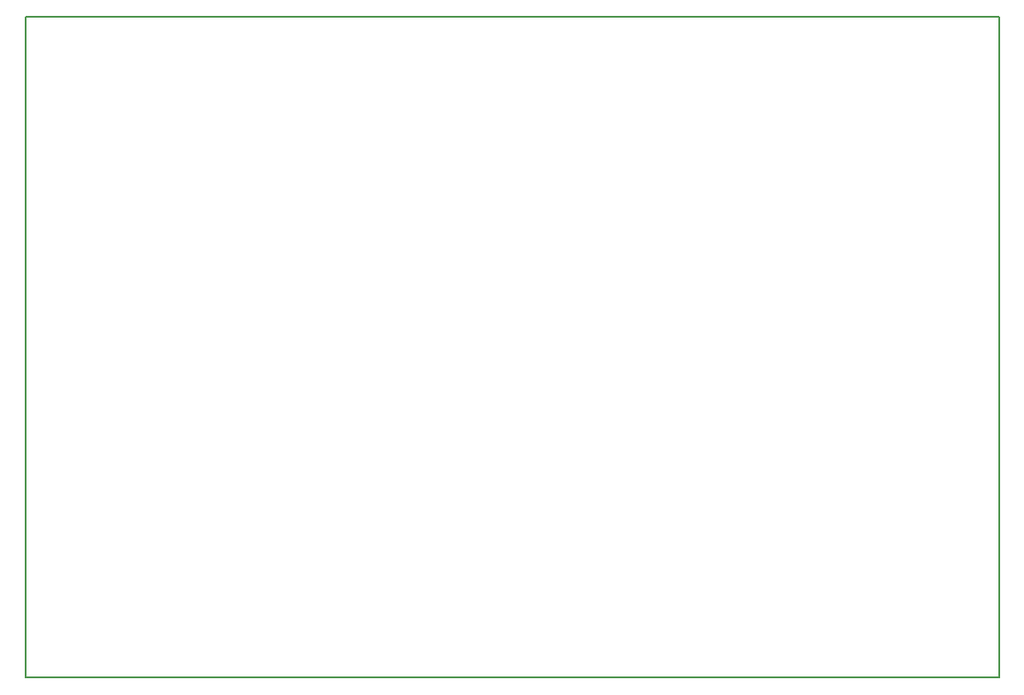
<source format=gbr>
G04 PROTEUS RS274X GERBER FILE*
%FSLAX45Y45*%
%MOMM*%
G01*
%ADD29C,0.203200*%
%TD.AperFunction*%
D29*
X+1980000Y+1690000D02*
X+11300000Y+1690000D01*
X+11300000Y+8020000D01*
X+1980000Y+8020000D01*
X+1980000Y+1690000D01*
M02*

</source>
